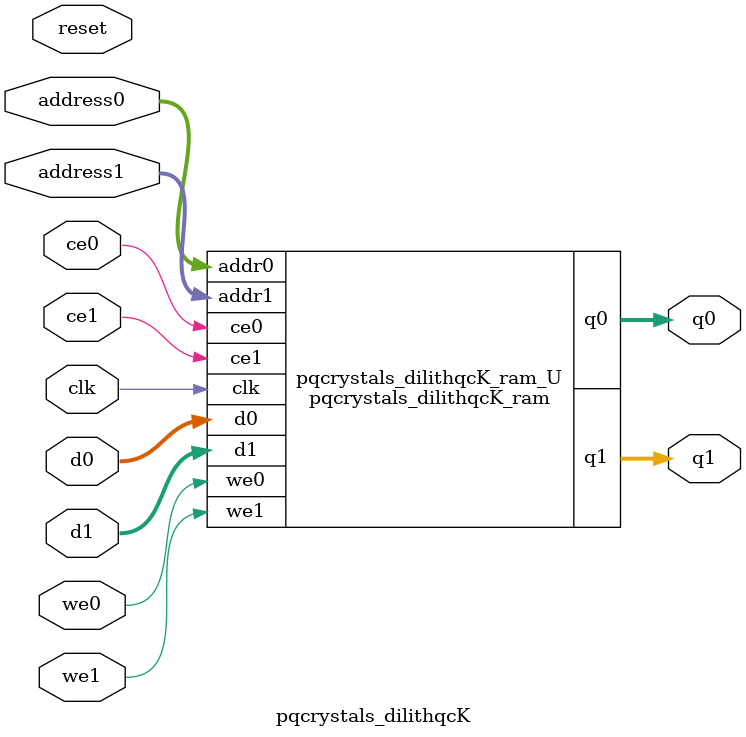
<source format=v>
`timescale 1 ns / 1 ps
module pqcrystals_dilithqcK_ram (addr0, ce0, d0, we0, q0, addr1, ce1, d1, we1, q1,  clk);

parameter DWIDTH = 8;
parameter AWIDTH = 3;
parameter MEM_SIZE = 8;

input[AWIDTH-1:0] addr0;
input ce0;
input[DWIDTH-1:0] d0;
input we0;
output reg[DWIDTH-1:0] q0;
input[AWIDTH-1:0] addr1;
input ce1;
input[DWIDTH-1:0] d1;
input we1;
output reg[DWIDTH-1:0] q1;
input clk;

(* ram_style = "block" *)reg [DWIDTH-1:0] ram[0:MEM_SIZE-1];




always @(posedge clk)  
begin 
    if (ce0) begin
        if (we0) 
            ram[addr0] <= d0; 
        q0 <= ram[addr0];
    end
end


always @(posedge clk)  
begin 
    if (ce1) begin
        if (we1) 
            ram[addr1] <= d1; 
        q1 <= ram[addr1];
    end
end


endmodule

`timescale 1 ns / 1 ps
module pqcrystals_dilithqcK(
    reset,
    clk,
    address0,
    ce0,
    we0,
    d0,
    q0,
    address1,
    ce1,
    we1,
    d1,
    q1);

parameter DataWidth = 32'd8;
parameter AddressRange = 32'd8;
parameter AddressWidth = 32'd3;
input reset;
input clk;
input[AddressWidth - 1:0] address0;
input ce0;
input we0;
input[DataWidth - 1:0] d0;
output[DataWidth - 1:0] q0;
input[AddressWidth - 1:0] address1;
input ce1;
input we1;
input[DataWidth - 1:0] d1;
output[DataWidth - 1:0] q1;



pqcrystals_dilithqcK_ram pqcrystals_dilithqcK_ram_U(
    .clk( clk ),
    .addr0( address0 ),
    .ce0( ce0 ),
    .we0( we0 ),
    .d0( d0 ),
    .q0( q0 ),
    .addr1( address1 ),
    .ce1( ce1 ),
    .we1( we1 ),
    .d1( d1 ),
    .q1( q1 ));

endmodule


</source>
